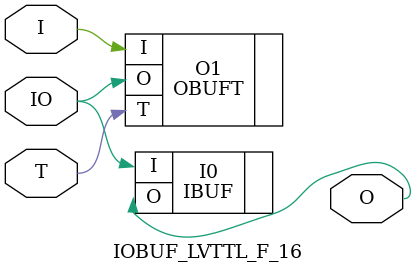
<source format=v>


`timescale  1 ps / 1 ps


module IOBUF_LVTTL_F_16 (O, IO, I, T);

    output O;

    inout  IO;

    input  I, T;

        OBUFT #(.IOSTANDARD("LVTTL"), .SLEW("FAST"), .DRIVE(16)) O1 (.O(IO), .I(I), .T(T)); 
	IBUF #(.IOSTANDARD("LVTTL"))  I0 (.O(O), .I(IO));
        

endmodule



</source>
